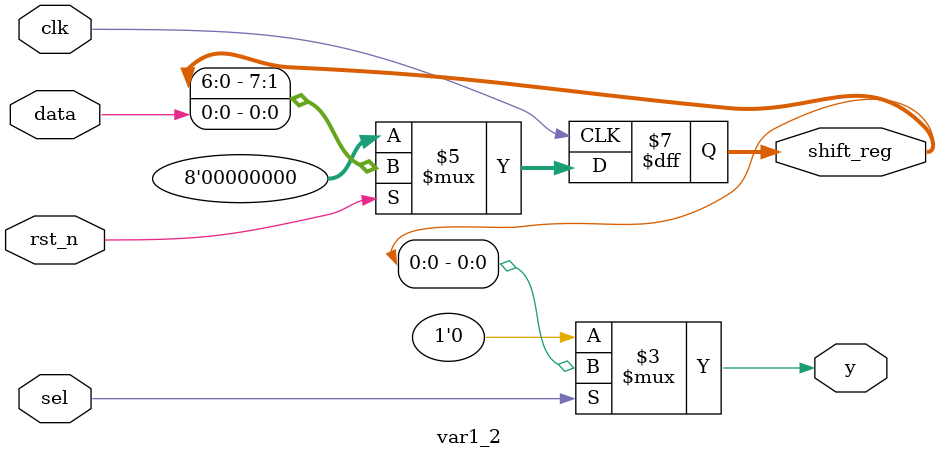
<source format=v>
`timescale 1ns / 1ps
module var1_2(
    input wire clk,
    input wire rst_n,
    input wire [3:0] data,
    input wire sel,
    output reg [7:0] shift_reg,
    output wire y
);
    always @(posedge clk) begin
        if (!rst_n)
            shift_reg <= 8'b0;
        else
            shift_reg <= {shift_reg[6:0], data[0]};
    end
    assign y = sel ? shift_reg[0] : 1'b0;
endmodule

</source>
